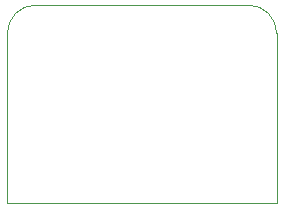
<source format=gm1>
G04 #@! TF.FileFunction,Profile,NP*
%FSLAX46Y46*%
G04 Gerber Fmt 4.6, Leading zero omitted, Abs format (unit mm)*
G04 Created by KiCad (PCBNEW 4.0.1-stable) date 2016 September 01, Thursday 02:04:04*
%MOMM*%
G01*
G04 APERTURE LIST*
%ADD10C,0.100000*%
G04 APERTURE END LIST*
D10*
X61400000Y-44000000D02*
G75*
G03X59000000Y-41600000I-2400000J0D01*
G01*
X41000000Y-41600000D02*
G75*
G03X38600000Y-44000000I0J-2400000D01*
G01*
X38600000Y-58400000D02*
X38600000Y-44000000D01*
X61400000Y-58400000D02*
X38600000Y-58400000D01*
X61400000Y-44000000D02*
X61400000Y-58400000D01*
X41000000Y-41600000D02*
X59000000Y-41600000D01*
M02*

</source>
